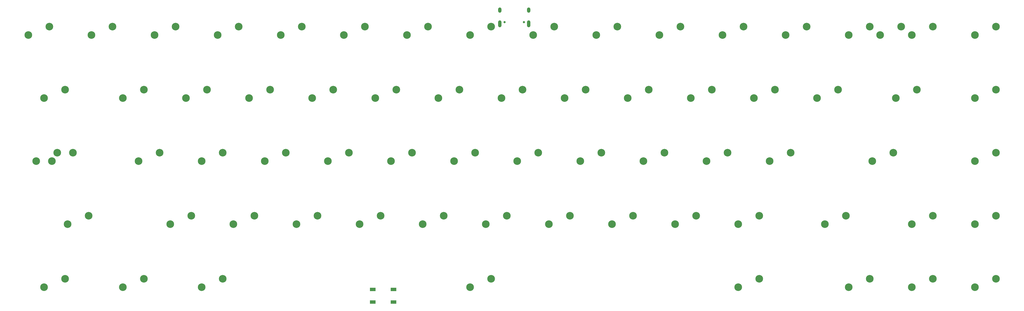
<source format=gts>
%TF.GenerationSoftware,KiCad,Pcbnew,(5.1.6)-1*%
%TF.CreationDate,2021-02-08T15:12:05+09:00*%
%TF.ProjectId,Kyuu,4b797575-2e6b-4696-9361-645f70636258,rev?*%
%TF.SameCoordinates,Original*%
%TF.FileFunction,Soldermask,Top*%
%TF.FilePolarity,Negative*%
%FSLAX46Y46*%
G04 Gerber Fmt 4.6, Leading zero omitted, Abs format (unit mm)*
G04 Created by KiCad (PCBNEW (5.1.6)-1) date 2021-02-08 15:12:05*
%MOMM*%
%LPD*%
G01*
G04 APERTURE LIST*
%ADD10C,0.670000*%
%ADD11O,1.020000X2.120000*%
%ADD12O,1.020000X1.620000*%
%ADD13C,2.306000*%
%ADD14R,1.720000X1.020000*%
G04 APERTURE END LIST*
D10*
%TO.C,USB1*%
X236290000Y-98305000D03*
X230510000Y-98305000D03*
D11*
X229080000Y-98835000D03*
X237720000Y-98835000D03*
D12*
X229080000Y-94655000D03*
X237720000Y-94655000D03*
%TD*%
D13*
%TO.C,K42*%
X378777500Y-99695000D03*
X372427500Y-102235000D03*
%TD*%
%TO.C,K35*%
X221615000Y-137795000D03*
X215265000Y-140335000D03*
%TD*%
%TO.C,K59*%
X145415000Y-175895000D03*
X139065000Y-178435000D03*
%TD*%
%TO.C,K42*%
X378777500Y-137795000D03*
X372427500Y-140335000D03*
%TD*%
%TO.C,K17*%
X140652500Y-118745000D03*
X134302500Y-121285000D03*
%TD*%
%TO.C,K24*%
X274002500Y-118745000D03*
X267652500Y-121285000D03*
%TD*%
%TO.C,K2*%
X131127500Y-99695000D03*
X124777500Y-102235000D03*
%TD*%
%TO.C,K0*%
X93027500Y-99695000D03*
X86677500Y-102235000D03*
%TD*%
%TO.C,K1*%
X112077500Y-99695000D03*
X105727500Y-102235000D03*
%TD*%
%TO.C,K3*%
X150177500Y-99695000D03*
X143827500Y-102235000D03*
%TD*%
%TO.C,K4*%
X169227500Y-99695000D03*
X162877500Y-102235000D03*
%TD*%
%TO.C,K5*%
X188277500Y-99695000D03*
X181927500Y-102235000D03*
%TD*%
%TO.C,K6*%
X207327500Y-99695000D03*
X200977500Y-102235000D03*
%TD*%
%TO.C,K7*%
X226377500Y-99695000D03*
X220027500Y-102235000D03*
%TD*%
%TO.C,K8*%
X245427500Y-99695000D03*
X239077500Y-102235000D03*
%TD*%
%TO.C,K9*%
X264477500Y-99695000D03*
X258127500Y-102235000D03*
%TD*%
%TO.C,K10*%
X283527500Y-99695000D03*
X277177500Y-102235000D03*
%TD*%
%TO.C,K11*%
X302577500Y-99695000D03*
X296227500Y-102235000D03*
%TD*%
%TO.C,K12*%
X321627500Y-99695000D03*
X315277500Y-102235000D03*
%TD*%
%TO.C,K13*%
X350202500Y-99695000D03*
X343852500Y-102235000D03*
%TD*%
%TO.C,K13_1*%
X340677500Y-99695000D03*
X334327500Y-102235000D03*
%TD*%
%TO.C,K14*%
X359727500Y-99695000D03*
X353377500Y-102235000D03*
%TD*%
%TO.C,K15*%
X97790000Y-118745000D03*
X91440000Y-121285000D03*
%TD*%
%TO.C,K16*%
X121602500Y-118745000D03*
X115252500Y-121285000D03*
%TD*%
%TO.C,K18*%
X159702500Y-118745000D03*
X153352500Y-121285000D03*
%TD*%
%TO.C,K19*%
X178752500Y-118745000D03*
X172402500Y-121285000D03*
%TD*%
%TO.C,K20*%
X197802500Y-118745000D03*
X191452500Y-121285000D03*
%TD*%
%TO.C,K21*%
X216852500Y-118745000D03*
X210502500Y-121285000D03*
%TD*%
%TO.C,K22*%
X235902500Y-118745000D03*
X229552500Y-121285000D03*
%TD*%
%TO.C,K23*%
X254952500Y-118745000D03*
X248602500Y-121285000D03*
%TD*%
%TO.C,K25*%
X293052500Y-118745000D03*
X286702500Y-121285000D03*
%TD*%
%TO.C,K26*%
X312102500Y-118745000D03*
X305752500Y-121285000D03*
%TD*%
%TO.C,K29*%
X100171250Y-137795000D03*
X93821250Y-140335000D03*
%TD*%
%TO.C,K29_1*%
X95408750Y-137795000D03*
X89058750Y-140335000D03*
%TD*%
%TO.C,K30*%
X126365000Y-137795000D03*
X120015000Y-140335000D03*
%TD*%
%TO.C,K31*%
X145415000Y-137795000D03*
X139065000Y-140335000D03*
%TD*%
%TO.C,K32*%
X164465000Y-137795000D03*
X158115000Y-140335000D03*
%TD*%
%TO.C,K33*%
X183515000Y-137795000D03*
X177165000Y-140335000D03*
%TD*%
%TO.C,K34*%
X202565000Y-137795000D03*
X196215000Y-140335000D03*
%TD*%
%TO.C,K36*%
X240665000Y-137795000D03*
X234315000Y-140335000D03*
%TD*%
%TO.C,K37*%
X259715000Y-137795000D03*
X253365000Y-140335000D03*
%TD*%
%TO.C,K38*%
X278765000Y-137795000D03*
X272415000Y-140335000D03*
%TD*%
%TO.C,K39*%
X297815000Y-137795000D03*
X291465000Y-140335000D03*
%TD*%
%TO.C,K40*%
X316865000Y-137795000D03*
X310515000Y-140335000D03*
%TD*%
%TO.C,K41*%
X347821250Y-137795000D03*
X341471250Y-140335000D03*
%TD*%
%TO.C,K44*%
X135890000Y-156845000D03*
X129540000Y-159385000D03*
%TD*%
%TO.C,K45*%
X154940000Y-156845000D03*
X148590000Y-159385000D03*
%TD*%
%TO.C,K46*%
X173990000Y-156845000D03*
X167640000Y-159385000D03*
%TD*%
%TO.C,K47*%
X193040000Y-156845000D03*
X186690000Y-159385000D03*
%TD*%
%TO.C,K48*%
X212090000Y-156845000D03*
X205740000Y-159385000D03*
%TD*%
%TO.C,K49*%
X231140000Y-156845000D03*
X224790000Y-159385000D03*
%TD*%
%TO.C,K50*%
X250190000Y-156845000D03*
X243840000Y-159385000D03*
%TD*%
%TO.C,K51*%
X269240000Y-156845000D03*
X262890000Y-159385000D03*
%TD*%
%TO.C,K52*%
X288290000Y-156845000D03*
X281940000Y-159385000D03*
%TD*%
%TO.C,K53*%
X307340000Y-156845000D03*
X300990000Y-159385000D03*
%TD*%
%TO.C,K54*%
X333533750Y-156845000D03*
X327183750Y-159385000D03*
%TD*%
%TO.C,K55*%
X359727500Y-156845000D03*
X353377500Y-159385000D03*
%TD*%
%TO.C,K62*%
X340677500Y-175895000D03*
X334327500Y-178435000D03*
%TD*%
%TO.C,K63*%
X359727500Y-175895000D03*
X353377500Y-178435000D03*
%TD*%
%TO.C,K64*%
X378777500Y-175895000D03*
X372427500Y-178435000D03*
%TD*%
D14*
%TO.C,SW1*%
X190687500Y-179075000D03*
X196987500Y-179075000D03*
X190687500Y-182875000D03*
X196987500Y-182875000D03*
%TD*%
D13*
%TO.C,KOOPS1*%
X378777500Y-118745000D03*
X372427500Y-121285000D03*
%TD*%
%TO.C,K27*%
X331152500Y-118745000D03*
X324802500Y-121285000D03*
%TD*%
%TO.C,K28*%
X354965000Y-118745000D03*
X348615000Y-121285000D03*
%TD*%
%TO.C,K56*%
X378777500Y-156845000D03*
X372427500Y-159385000D03*
%TD*%
%TO.C,K57*%
X97790000Y-175895000D03*
X91440000Y-178435000D03*
%TD*%
%TO.C,K58*%
X121602500Y-175895000D03*
X115252500Y-178435000D03*
%TD*%
%TO.C,K61*%
X307340000Y-175895000D03*
X300990000Y-178435000D03*
%TD*%
%TO.C,K60*%
X226377500Y-175895000D03*
X220027500Y-178435000D03*
%TD*%
%TO.C,K43*%
X104933750Y-156845000D03*
X98583750Y-159385000D03*
%TD*%
M02*

</source>
